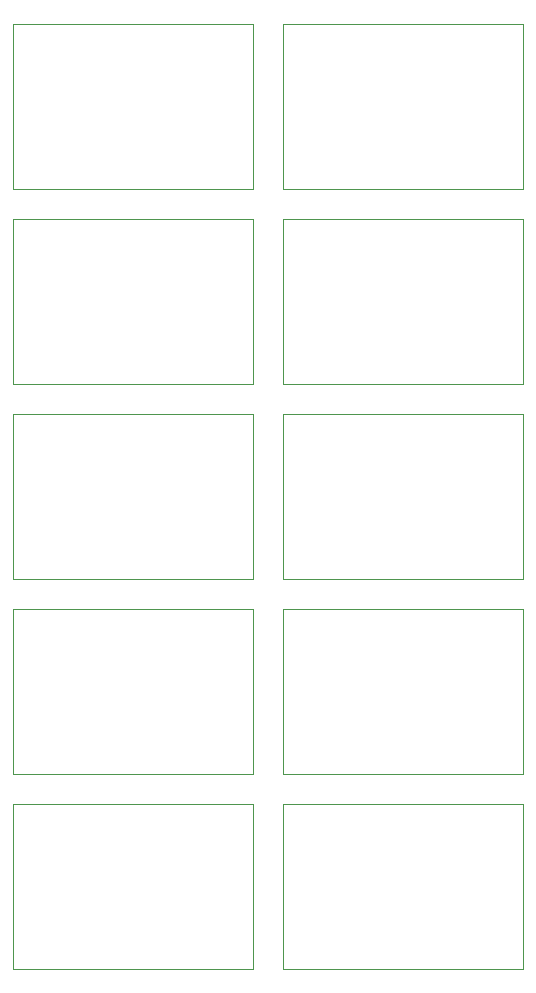
<source format=gbr>
G04 #@! TF.GenerationSoftware,KiCad,Pcbnew,(5.1.5-0-10_14)*
G04 #@! TF.CreationDate,2020-03-15T18:41:56-04:00*
G04 #@! TF.ProjectId,hp_breakout,68705f62-7265-4616-9b6f-75742e6b6963,rev?*
G04 #@! TF.SameCoordinates,Original*
G04 #@! TF.FileFunction,Profile,NP*
%FSLAX46Y46*%
G04 Gerber Fmt 4.6, Leading zero omitted, Abs format (unit mm)*
G04 Created by KiCad (PCBNEW (5.1.5-0-10_14)) date 2020-03-15 18:41:56*
%MOMM*%
%LPD*%
G04 APERTURE LIST*
%ADD10C,0.050000*%
G04 APERTURE END LIST*
D10*
X85725000Y-44450000D02*
X85725000Y-31750000D01*
X42545000Y-96520000D02*
X42545000Y-109220000D01*
X85725000Y-60960000D02*
X85725000Y-48260000D01*
X42545000Y-80010000D02*
X42545000Y-92710000D01*
X85725000Y-77470000D02*
X85725000Y-64770000D01*
X42545000Y-63500000D02*
X42545000Y-76200000D01*
X85725000Y-93980000D02*
X85725000Y-81280000D01*
X42545000Y-46990000D02*
X42545000Y-59690000D01*
X85725000Y-110490000D02*
X85725000Y-97790000D01*
X85725000Y-31750000D02*
X85725000Y-30480000D01*
X42545000Y-109220000D02*
X42545000Y-110490000D01*
X85725000Y-48260000D02*
X85725000Y-46990000D01*
X42545000Y-92710000D02*
X42545000Y-93980000D01*
X85725000Y-64770000D02*
X85725000Y-63500000D01*
X42545000Y-76200000D02*
X42545000Y-77470000D01*
X85725000Y-81280000D02*
X85725000Y-80010000D01*
X42545000Y-59690000D02*
X42545000Y-60960000D01*
X85725000Y-97790000D02*
X85725000Y-96520000D01*
X65405000Y-44450000D02*
X85725000Y-44450000D01*
X62865000Y-96520000D02*
X42545000Y-96520000D01*
X65405000Y-60960000D02*
X85725000Y-60960000D01*
X62865000Y-80010000D02*
X42545000Y-80010000D01*
X65405000Y-77470000D02*
X85725000Y-77470000D01*
X62865000Y-63500000D02*
X42545000Y-63500000D01*
X65405000Y-93980000D02*
X85725000Y-93980000D01*
X62865000Y-46990000D02*
X42545000Y-46990000D01*
X65405000Y-110490000D02*
X85725000Y-110490000D01*
X85725000Y-30480000D02*
X65405000Y-30480000D01*
X42545000Y-110490000D02*
X62865000Y-110490000D01*
X85725000Y-46990000D02*
X65405000Y-46990000D01*
X42545000Y-93980000D02*
X62865000Y-93980000D01*
X85725000Y-63500000D02*
X65405000Y-63500000D01*
X42545000Y-77470000D02*
X62865000Y-77470000D01*
X85725000Y-80010000D02*
X65405000Y-80010000D01*
X42545000Y-60960000D02*
X62865000Y-60960000D01*
X85725000Y-96520000D02*
X65405000Y-96520000D01*
X65405000Y-30480000D02*
X65405000Y-44450000D01*
X62865000Y-110490000D02*
X62865000Y-96520000D01*
X65405000Y-46990000D02*
X65405000Y-60960000D01*
X62865000Y-93980000D02*
X62865000Y-80010000D01*
X65405000Y-63500000D02*
X65405000Y-77470000D01*
X62865000Y-77470000D02*
X62865000Y-63500000D01*
X65405000Y-80010000D02*
X65405000Y-93980000D01*
X62865000Y-60960000D02*
X62865000Y-46990000D01*
X65405000Y-96520000D02*
X65405000Y-110490000D01*
X62865000Y-30480000D02*
X42545000Y-30480000D01*
X62865000Y-44450000D02*
X62865000Y-30480000D01*
X42545000Y-44450000D02*
X62865000Y-44450000D01*
X42545000Y-43180000D02*
X42545000Y-44450000D01*
X42545000Y-30480000D02*
X42545000Y-43180000D01*
M02*

</source>
